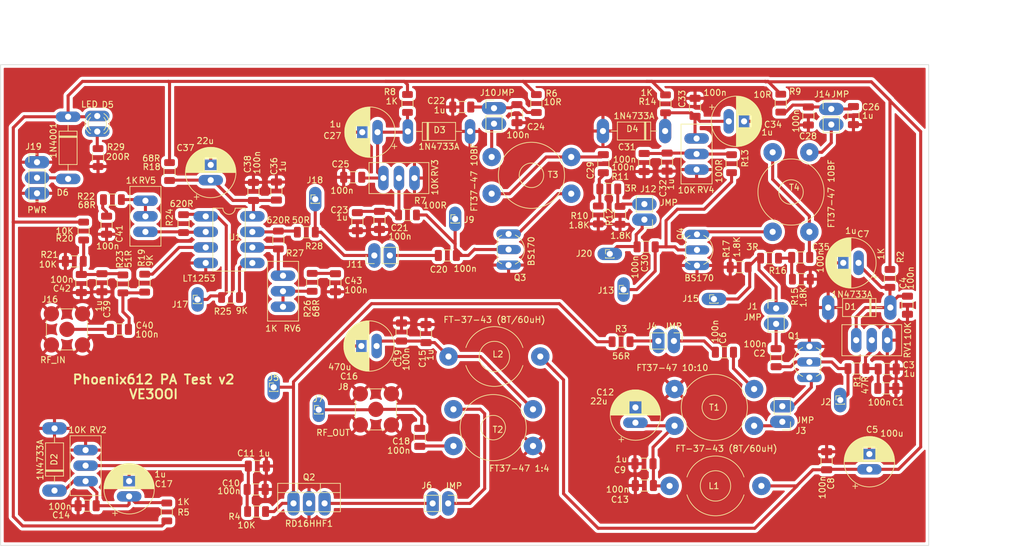
<source format=kicad_pcb>
(kicad_pcb (version 20211014) (generator pcbnew)
  (layers (0 "F.Cu" signal) (31 "B.Cu" signal) (34 "B.Paste" user) (35 "F.Paste" user) (36 "B.SilkS" user "B.Silkscreen") (37 "F.SilkS" user "F.Silkscreen") (38 "B.Mask" user) (39 "F.Mask" user) (44 "Edge.Cuts" user))
  (net 0 "")
  (net 1 "Net-(C1-Pad1)")
  (net 2 "GND")
  (net 3 "Net-(C2-Pad1)")
  (net 4 "Net-(C2-Pad2)")
  (net 5 "Net-(C4-Pad1)")
  (net 6 "TX12V")
  (net 7 "Net-(C6-Pad1)")
  (net 8 "Net-(C6-Pad2)")
  (net 9 "M1_12V")
  (net 10 "Net-(C10-Pad1)")
  (net 11 "Net-(C14-Pad1)")
  (net 12 "M2_12V")
  (net 13 "Net-(C18-Pad1)")
  (net 14 "Net-(C18-Pad2)")
  (net 15 "DRIVER_IN")
  (net 16 "Net-(C21-Pad1)")
  (net 17 "Q1_12V")
  (net 18 "Net-(C25-Pad1)")
  (net 19 "Q2_12V")
  (net 20 "Net-(C29-Pad1)")
  (net 21 "Net-(C29-Pad2)")
  (net 22 "Net-(C30-Pad1)")
  (net 23 "Net-(C30-Pad2)")
  (net 24 "Net-(C31-Pad1)")
  (net 25 "Net-(C33-Pad1)")
  (net 26 "Net-(C35-Pad1)")
  (net 27 "Net-(C35-Pad2)")
  (net 28 "Net-(C36-Pad1)")
  (net 29 "Net-(C39-Pad1)")
  (net 30 "Net-(C40-Pad1)")
  (net 31 "Net-(C40-Pad2)")
  (net 32 "Net-(C41-Pad1)")
  (net 33 "Net-(C43-Pad1)")
  (net 34 "Net-(D5-Pad1)")
  (net 35 "Net-(D6-Pad2)")
  (net 36 "PA_IN")
  (net 37 "Net-(J3-Pad1)")
  (net 38 "Net-(J3-Pad2)")
  (net 39 "Net-(J4-Pad2)")
  (net 40 "Net-(J5-Pad1)")
  (net 41 "Net-(J6-Pad1)")
  (net 42 "Net-(J6-Pad2)")
  (net 43 "Net-(J10-Pad2)")
  (net 44 "Net-(J12-Pad2)")
  (net 45 "Net-(J14-Pad2)")
  (net 46 "Net-(J17-Pad1)")
  (net 47 "Net-(Q3-Pad1)")
  (net 48 "Net-(Q4-Pad1)")
  (net 49 "Net-(R19-Pad2)")
  (net 50 "Net-(R22-Pad1)")
  (net 51 "Net-(R24-Pad1)")
  (net 52 "Net-(R25-Pad2)")
  (net 53 "Net-(R26-Pad1)")
  (net 54 "Net-(R27-Pad1)")
  (net 55 "Net-(R27-Pad2)")
  (net 56 "Net-(J9-Pad1)")
  (net 57 "Net-(C20-Pad2)")
  (footprint "Capacitor_SMD:C_1206_3216Metric" (layer "F.Cu") (at 66.47825 57.477151 90)
    (fp_text reference "C36")
    (fp_text value "1u")
  )
  (footprint "Resistor_SMD:R_1206_3216Metric" (layer "F.Cu") (at 87.90075 43.1645 -90)
    (fp_text reference "R8")
    (fp_text value "1K")
  )
  (footprint "LED_THT:LED_D3.0mm" (layer "F.Cu") (at 37.20475 47.757 90)
    (fp_text reference "D5")
    (fp_text value "LED")
  )
  (footprint "Capacitor_SMD:C_1206_3216Metric" (layer "F.Cu") (at 86.92525 80.518 90)
    (fp_text reference "C19")
    (fp_text value "100n")
  )
  (footprint "Capacitor_SMD:C_1206_3216Metric" (layer "F.Cu") (at 89.90975 97.7265 90)
    (fp_text reference "C18")
    (fp_text value "100n")
  )
  (footprint "Capacitor_SMD:C_1206_3216Metric" (layer "F.Cu") (at 40.82425 80.083151)
    (fp_text reference "C40")
    (fp_text value "100n")
  )
  (footprint "Capacitor_THT:CP_Radial_D8.0mm_P2.50mm" (layer "F.Cu") (at 55.74675 55.699151 90)
    (fp_text reference "C37")
    (fp_text value "22u")
  )
  (footprint "Resistor_SMD:R_1206_3216Metric" (layer "F.Cu") (at 119.07925 61.389 90)
    (fp_text reference "R10")
    (fp_text value "1.8K")
  )
  (footprint "Capacitor_THT:CP_Radial_D8.0mm_P2.50mm" (layer "F.Cu") (at 161.610901 69.215 180)
    (fp_text reference "C7")
    (fp_text value "1u")
  )
  (footprint "Connector_Coaxial:SMA_Amphenol_901-144_Vertical" (layer "F.Cu") (at 32.25175 80.083151)
    (fp_text reference "J16")
    (fp_text value "RF_IN")
  )
  (footprint "Capacitor_THT:CP_Radial_D8.0mm_P2.50mm" (layer "F.Cu") (at 163.37925 102.957 90)
    (fp_text reference "C5")
    (fp_text value "100u")
  )
  (footprint "Package_TO_SOT_THT:TO-92_Inline_Wide" (layer "F.Cu") (at 153.57925 87.9475 90)
    (fp_text reference "Q1")
    (fp_text value "BS170")
  )
  (footprint "Capacitor_SMD:C_1206_3216Metric" (layer "F.Cu") (at 37.96675 72.463151 -90)
    (fp_text reference "C39")
    (fp_text value "1u")
  )
  (footprint "Resistor_SMD:R_1206_3216Metric" (layer "F.Cu") (at 122.80275 82.1055)
    (fp_text reference "R3")
    (fp_text value "56R")
  )
  (footprint "Capacitor_SMD:C_1206_3216Metric" (layer "F.Cu") (at 62.73175 57.540651 90)
    (fp_text reference "C38")
    (fp_text value "100n")
  )
  (footprint "Inductor_THT:L_Toroid_Horizontal_D9.5mm_P15.00mm_Diameter10-5mm_Amidon-T37" (layer "F.Cu") (at 145.73325 105.664 180)
    (fp_text reference "L1")
    (fp_text value "FT-37-43 (8T/60uH)")
  )
  (footprint "Resistor_SMD:R_1206_3216Metric" (layer "F.Cu") (at 140.85975 53.007 -90)
    (fp_text reference "R13")
    (fp_text value "100R")
  )
  (footprint "Connector_PinHeader_2.54mm:PinHeader_1x02_P2.54mm_Vertical" (layer "F.Cu") (at 82.48025 68.0085 90)
    (fp_text reference "J11")
    (fp_text value "JMP")
  )
  (footprint "Capacitor_THT:CP_Radial_D8.0mm_P2.50mm" (layer "F.Cu") (at 83.01125 47.8635 180)
    (fp_text reference "C27")
    (fp_text value "1u")
  )
  (footprint "Capacitor_THT:CP_Radial_D8.0mm_P2.50mm" (layer "F.Cu") (at 82.86125 82.804 180)
    (fp_text reference "C16")
    (fp_text value "470u")
  )
  (footprint "Resistor_SMD:R_1206_3216Metric" (layer "F.Cu") (at 33.45825 68.970651 180)
    (fp_text reference "R21")
    (fp_text value "10K")
  )
  (footprint "Resistor_SMD:R_1206_3216Metric" (layer "F.Cu") (at 148.90125 43.1165 -90)
    (fp_text reference "R9")
    (fp_text value "10R")
  )
  (footprint "Connector_PinHeader_2.54mm:PinHeader_1x02_P2.54mm_Vertical" (layer "F.Cu") (at 157.15625 44.069)
    (fp_text reference "J14")
    (fp_text value "JMP")
  )
  (footprint "Connector_PinHeader_2.54mm:PinHeader_1x02_P2.54mm_Vertical" (layer "F.Cu") (at 149.15525 95.1865 180)
    (fp_text reference "J3")
    (fp_text value "JMP")
  )
  (footprint "Capacitor_SMD:C_1206_3216Metric" (layer "F.Cu") (at 156.39425 101.551 90)
    (fp_text reference "C8")
    (fp_text value "100n")
  )
  (footprint "Resistor_SMD:R_1206_3216Metric" (layer "F.Cu") (at 41.39575 72.653651 90)
    (fp_text reference "R23")
    (fp_text value "51R")
  )
  (footprint "Potentiometer_THT:Potentiometer_Bourns_3296W_Vertical" (layer "F.Cu") (at 166.31025 81.8515)
    (fp_text reference "RV1")
    (fp_text value "10K")
  )
  (footprint "Connector_Coaxial:SMA_Amphenol_901-144_Vertical" (layer "F.Cu") (at 82.73425 93.1545)
    (fp_text reference "J8")
    (fp_text value "RF_OUT")
  )
  (footprint "Diode_THT:D_DO-41_SOD81_P10.16mm_Horizontal" (layer "F.Cu") (at 130.00125 47.673 180)
    (fp_text reference "D4")
    (fp_text value "1N4733A")
  )
  (footprint "Connector_PinHeader_1.00mm:PinHeader_1x01_P1.00mm_Vertical" (layer "F.Cu") (at 120.96125 67.7545)
    (fp_text reference "J20")
    (fp_text value "Conn_01x01" hide)
  )
  (footprint "Resistor_SMD:R_1206_3216Metric" (layer "F.Cu") (at 142.10675 69.9135)
    (fp_text reference "R17")
    (fp_text value "1.8K")
  )
  (footprint "Resistor_SMD:R_1206_3216Metric" (layer "F.Cu") (at 44.95175 72.526651 90)
    (fp_text reference "R19")
    (fp_text value "9K")
  )
  (footprint "Capacitor_SMD:C_1206_3216Metric" (layer "F.Cu") (at 38.72875 63.065151 -90)
    (fp_text reference "C41")
    (fp_text value "100n")
  )
  (footprint "Resistor_SMD:R_1206_3216Metric" (layer "F.Cu") (at 147.05975 68.453 180)
    (fp_text reference "R16")
    (fp_text value "3R")
  )
  (footprint "Capacitor_SMD:C_1206_3216Metric" (layer "F.Cu") (at 34.60125 72.590151 -90)
    (fp_text reference "C42")
    (fp_text value "100n")
  )
  (footprint "Capacitor_SMD:C_1206_3216Metric" (layer "F.Cu") (at 119.90475 53.007 90)
    (fp_text reference "C29")
    (fp_text value "100n")
  )
  (footprint "Diode_THT:D_DO-41_SOD81_P10.16mm_Horizontal" (layer "F.Cu") (at 87.96425 47.7365)
    (fp_text reference "D3")
    (fp_text value "1N4733A")
  )
  (footprint "Connector_PinHeader_2.54mm:PinHeader_1x02_P2.54mm_Vertical" (layer "F.Cu") (at 126.61275 62.151 180)
    (fp_text reference "J12")
    (fp_text value "JMP")
  )
  (footprint "Resistor_SMD:R_1206_3216Metric" (layer "F.Cu") (at 34.98225 64.017651 -90)
    (fp_text reference "R20")
    (fp_text value "10K")
  )
  (footprint "Capacitor_SMD:C_1206_3216Metric" (layer "F.Cu") (at 94.41825 68.0085 180)
    (fp_text reference "C20")
    (fp_text value "100n")
  )
  (footprint "Capacitor_SMD:C_1206_3216Metric" (layer "F.Cu") (at 169.60225 76.1365 -90)
    (fp_text reference "C4")
    (fp_text value "100n")
  )
  (footprint "Resistor_SMD:R_1206_3216Metric" (layer "F.Cu") (at 63.23975 109.855)
    (fp_text reference "R4")
    (fp_text value "10K")
  )
  (footprint "Potentiometer_THT:Potentiometer_Bourns_3296W_Vertical" (layer "F.Cu") (at 45.07875 64.144651 -90)
    (fp_text reference "RV5")
    (fp_text value "1K")
  )
  (footprint "Connector_PinHeader_2.54mm:PinHeader_1x03_P2.54mm_Vertical" (layer "F.Cu") (at 27.36225 52.7685)
    (fp_text reference "J19")
    (fp_text value "PWR")
  )
  (footprint "Capacitor_SMD:C_1206_3216Metric" (layer "F.Cu") (at 76.13025 72.463151 -90)
    (fp_text reference "C43")
    (fp_text value "100n")
  )
  (footprint "Capacitor_SMD:C_1206_3216Metric" (layer "F.Cu") (at 83.32875 62.278 -90)
    (fp_text reference "C21")
    (fp_text value "100n")
  )
  (footprint "Resistor_SMD:R_1206_3216Metric" (layer "F.Cu") (at 37.33175 52.0065 -90)
    (fp_text reference "R29")
    (fp_text value "200R")
  )
  (footprint "Capacitor_SMD:C_1206_3216Metric" (layer "F.Cu") (at 105.78475 44.831 -90)
    (fp_text reference "C24")
    (fp_text value "100n")
  )
  (footprint "Resistor_SMD:R_1206_3216Metric" (layer "F.Cu") (at 108.95975 43.18 -90)
    (fp_text reference "R6")
    (fp_text value "10R")
  )
  (footprint "Resistor_SMD:R_1206_3216Metric" (layer "F.Cu") (at 58.98525 74.876151)
    (fp_text reference "R25")
    (fp_text value "9K")
  )
  (footprint "Capacitor_SMD:C_1206_3216Metric" (layer "F.Cu") (at 153.40975 45.212 -90)
    (fp_text reference "C28")
    (fp_text value "100n")
  )
  (footprint "Resistor_SMD:R_1206_3216Metric" (layer "F.Cu") (at 39.68125 58.874151 180)
    (fp_text reference "R22")
    (fp_text value "68R")
  )
  (footprint "Resistor_SMD:R_1206_3216Metric" (layer "F.Cu") (at 48.57125 109.9185 90)
    (fp_text reference "R5")
    (fp_text value "1K")
  )
  (footprint "Capacitor_SMD:C_1206_3216Metric" (layer "F.Cu") (at 90.92575 80.772 90)
    (fp_text reference "C15")
    (fp_text value "1u")
  )
  (footprint "Connector_PinHeader_2.54mm:PinHeader_1x02_P2.54mm_Vertical" (layer "F.Cu") (at 148.13925 76.6445)
    (fp_text reference "J1")
    (fp_text value "JMP")
  )
  (footprint "Diode_THT:D_DO-41_SOD81_P10.16mm_Horizontal" (layer "F.Cu") (at 30.21975 106.426 90)
    (fp_text reference "D2")
    (fp_text value "1N4733A")
  )
  (footprint "Package_TO_SOT_THT:TO-92_Inline_Wide" (layer "F.Cu") (at 104.42275 64.4975 -90)
    (fp_text reference "Q3")
    (fp_text value "BS170")
  )
  (footprint "Transformer_THT:Transformer_Toroid_Horizontal_D10.5mm_Amidon-T37" (layer "F.Cu") (at 108.41125 93.139 180)
    (fp_text reference "T2")
    (fp_text value "FT37-47 1:4")
  )
  (footprint "Package_DIP:DIP-8_W7.62mm" (layer "F.Cu") (at 54.93125 61.614651)
    (fp_text reference "U1")
    (fp_text value "LT1253")
  )
  (footprint "Custom_RF:TO-220-3" (layer "F.Cu") (at 69.27225 108.514)
    (fp_text reference "Q2")
    (fp_text value "RD16HHF1")
  )
  (footprint "Connector_PinHeader_1.00mm:PinHeader_1x01_P1.00mm_Vertical" (layer "F.Cu") (at 137.97925 75.1205)
    (fp_text reference "J15")
    (fp_text value "Conn_01x01" hide)
  )
  (footprint "Capacitor_SMD:C_1206_3216Metric" (layer "F.Cu") (at 166.23675 89.7255)
    (fp_text reference "C1")
    (fp_text value "100n")
  )
  (footprint "Diode_THT:D_DO-41_SOD81_P10.16mm_Horizontal" (layer "F.Cu") (at 32.44225 45.339 -90)
    (fp_text reference "D6")
    (fp_text value "1N4001")
  )
  (footprint "Potentiometer_THT:Potentiometer_Bourns_3296W_Vertical" (layer "F.Cu") (at 135.14475 53.9695 -90)
    (fp_text reference "RV4")
    (fp_text value "10K")
  )
  (footprint "Resistor_SMD:R_1206_3216Metric" (layer "F.Cu") (at 130.06475 43.228 -90)
    (fp_text reference "R14")
    (fp_text value "1K")
  )
  (footprint "Resistor_SMD:R_1206_3216Metric" (layer "F.Cu") (at 120.79375 57.1345)
    (fp_text reference "R11")
    (fp_text value "3R")
  )
  (footprint "Capacitor_SMD:C_1206_3216Metric" (layer "F.Cu") (at 96.76775 43.7515 180)
    (fp_text reference "C22")
    (fp_text value "1u")
  )
  (footprint "Package_TO_SOT_THT:TO-92_Inline_Wide" (layer "F.Cu") (at 135.20825 64.564 -90)
    (fp_text reference "Q4")
    (fp_text value "BS170")
  )
  (footprint "Capacitor_THT:CP_Radial_D8.0mm_P2.50mm" (layer "F.Cu") (at 125.15225 95.337 90)
    (fp_text reference "C12")
    (fp_text value "22u")
  )
  (footprint "Resistor_SMD:R_1206_3216Metric" (layer "F.Cu") (at 152.26675 71.882 180)
    (fp_text reference "R15")
    (fp_text value "1.8K")
  )
  (footprint "Connector_PinHeader_2.54mm:PinHeader_1x02_P2.54mm_Vertical" (layer "F.Cu") (at 102.03825 43.937)
    (fp_text reference "J10")
    (fp_text value "JMP")
  )
  (footprint "Capacitor_SMD:C_1206_3216Metric" (layer "F.Cu") (at 126.57225 52.8165 -90)
    (fp_text reference "C31")
    (fp_text value "100n")
  )
  (footprint "Connector_PinHeader_1.00mm:PinHeader_1x01_P1.00mm_Vertical" (layer "F.Cu") (at 73.39975 93.218)
    (fp_text reference "J7")
    (fp_text value "Conn_01x01" hide)
  )
  (footprint "Capacitor_SMD:C_1206_3216Metric" (layer "F.Cu") (at 166.30025 86.5505)
    (fp_text reference "C3")
    (fp_text value "1u")
  )
  (footprint "Capacitor_SMD:C_1206_3216Metric" (layer "F.Cu") (at 63.17625 106.2355)
    (fp_text reference "C10")
    (fp_text value "100n")
  )
  (footprint "Connector_PinHeader_1.00mm:PinHeader_1x01_P1.00mm_Vertical" (layer "F.Cu") (at 72.82825 58.801)
    (fp_text reference "J18")
    (fp_text value "Conn_01x01" hide)
  )
  (footprint "Capacitor_SMD:C_1206_3216Metric" (layer "F.Cu") (at 148.13925 84.709 -90)
    (fp_text reference "C2")
    (fp_text value "100n")
  )
  (footprint "Resistor_SMD:R_1206_3216Metric" (layer "F.Cu") (at 87.90275 61.389)
    (fp_text reference "R7")
    (fp_text value "100R")
  )
  (footprint "Transformer_THT:Transformer_Toroid_Horizontal_D10.5mm_Amidon-T37" (layer "F.Cu") (at 147.57525 51.1425 -90)
    (fp_text reference "T4")
    (fp_text value "FT37-47 10BF")
  )
  (footprint "Capacitor_SMD:C_1206_3216Metric" (layer "F.Cu") (at 63.36675 102.4255)
    (fp_text reference "C11")
    (fp_text value "1u")
  )
  (footprint "Capacitor_SMD:C_1206_3216Metric" (layer "F.Cu") (at 78.94725 55.2295 180)
    (fp_text reference "C25")
    (fp_text value "100n")
  )
  (footprint "Connector_PinHeader_2.54mm:PinHeader_1x02_P2.54mm_Vertical" (layer "F.Cu") (at 131.43875 81.9785 -90)
    (fp_text reference "J4")
    (fp_text value "JMP")
  )
  (footprint "Capacitor_SMD:C_1206_3216Metric" (layer "F.Cu") (at 130.31875 52.753 -90)
    (fp_text reference "C32")
    (fp_text value "1u")
  )
  (footprint "Capacitor_SMD:C_1206_3216Metric" (layer "F.Cu") (at 126.90425 66.596 180)
    (fp_text reference "C30")
    (fp_text value "100n")
  )
  (footprint "Connector_PinHeader_1.00mm:PinHeader_1x01_P1.00mm_Vertical" (layer "F.Cu") (at 95.68825 62.0395)
    (fp_text reference "J9")
    (fp_text value "Conn_01x01" hide)
  )
  (footprint "Connector_PinHeader_2.54mm:PinHeader_1x02_P2.54mm_Vertical" (layer "F.Cu") (at 94.55025 108.5215 -90)
    (fp_text reference "J6")
    (fp_text value "JMP")
  )
  (footprint "Capacitor_SMD:C_1206_3216Metric" (layer "F.Cu") (at 126.61275 105.6005 180)
    (fp_text reference "C13")
    (fp_text value "100n")
  )
  (footprint "Capacitor_SMD:C_1206_3216Metric" (layer "F.Cu") (at 152.15425 68.326)
    (fp_text reference "C35")
    (fp_text value "100n")
  )
  (footprint "Capacitor_THT:CP_Radial_D8.0mm_P2.50mm" (layer "F.Cu") (at 140.405599 46.0855)
    (fp_text reference "C34")
    (fp_text value "1u")
  )
  (footprint "Potentiometer_THT:Potentiometer_Bourns_3296W_Vertical" (layer "F.Cu") (at 89.04375 55.3565)
    (fp_text reference "RV3")
    (fp_text value "10K")
  )
  (footprint "Resistor_SMD:R_1206_3216Metric" (layer "F.Cu") (at 51.30175 62.8015 90)
    (fp_text reference "R24")
    (fp_text value "620R")
  )
  (footprint "Capacitor_SMD:C_1206_3216Metric" (layer "F.Cu") (at 126.54925 102.0445 180)
    (fp_text reference "C9")
    (fp_text value "1u")
  )
  (footprint "Potentiometer_THT:Potentiometer_Bourns_3296W_Vertical" (layer "F.Cu") (at 67.55775 71.3105 90)
    (fp_text reference "RV6")
    (fp_text value "1K")
  )
  (footprint "Resistor_SMD:R_1206_3216Metric" (layer "F.Cu") (at 49.01575 54.2925 -90)
    (fp_text reference "R18")
    (fp_text value "68R")
  )
  (footprint "Capacitor_SMD:C_1206_3216Metric" (layer "F.Cu") (at 35.55375 108.9025 180)
    (fp_text reference "C14")
    (fp_text value "100n")
  )
  (footprint "Transformer_THT:Transformer_Toroid_Horizontal_D10.5mm_Amidon-T37" (layer "F.Cu") (at 131.54275 95.837)
    (fp_text reference "T1")
    (fp_text value "FT37-47 10:10")
  )
  (footprint "Connector_PinHeader_1.00mm:PinHeader_1x01_P1.00mm_Vertical" (layer "F.Cu") (at 66.03375 89.535)
    (fp_text reference "J5")
    (fp_text value "Conn_01x01" hide)
  )
  (footprint "Connector_PinHeader_1.00mm:PinHeader_1x01_P1.00mm_Vertical" (layer "F.Cu") (at 53.58775 75.193651)
    (fp_text reference "J17")
    (fp_text value "Conn_01x01" hide)
  )
  (footprint "Resistor_SMD:R_1206_3216Metric" (layer "F.Cu") (at 66.79575 65.480151 -90)
    (fp_text reference "R27")
    (fp_text value "620R")
  )
  (footprint "Potentiometer_THT:Potentiometer_Bourns_3296W_Vertical" (layer "F.Cu") (at 35.29975 99.812 90)
    (fp_text reference "RV2")
    (fp_text value "10K")
  )
  (footprint "Resistor_SMD:R_1206_3216Metric" (layer "F.Cu") (at 72.32025 72.399651 90)
    (fp_text reference "R26")
    (fp_text value "68R")
  )
  (footprint "Resistor_SMD:R_1206_3216Metric" (layer "F.Cu") (at 71.36975 64.208151)
    (fp_text reference "R28")
    (fp_text value "50R")
  )
  (footprint "Capacitor_SMD:C_1206_3216Metric" (layer "F.Cu") (at 139.69375 83.82 180)
    (fp_text reference "C6")
    (fp_text value "100n")
  )
  (footprint "Connector_PinHeader_1.00mm:PinHeader_1x01_P1.00mm_Vertical" (layer "F.Cu") (at 158.61675 91.6305)
    (fp_text reference "J2")
    (fp_text value "Conn_01x01" hide)
  )
  (footprint "Capacitor_SMD:C_1206_3216Metric" (layer "F.Cu") (at 79.70925 62.483 -90)
    (fp_text reference "C23")
    (fp_text value "1u")
  )
  (footprint "Capacitor_SMD:C_1206_3216Metric" (layer "F.Cu") (at 160.77575 45.1485 -90)
    (fp_text reference "C26")
    (fp_text value "1u")
  )
  (footprint "Connector_PinHeader_1.00mm:PinHeader_1x01_P1.00mm_Vertical" (layer "F.Cu") (at 123.20675 73.581)
    (fp_text reference "J13")
    (fp_text value "Conn_01x01" hide)
  )
  (footprint "Inductor_THT:L_Toroid_Horizontal_D9.5mm_P15.00mm_Diameter10-5mm_Amidon-T37" (layer "F.Cu") (at 109.60175 84.5185 180)
    (fp_text reference "L2")
    (fp_text value "FT-37-43 (8T/60uH)")
  )
  (footprint "Capacitor_SMD:C_1206_3216Metric" (layer "F.Cu") (at 134.89075 43.7995 90)
    (fp_text reference "C33")
    (fp_text value "100n")
  )
  (footprint "Resistor_SMD:R_1206_3216Metric" (layer "F.Cu") (at 166.74475 71.755 -90)
    (fp_text reference "R2")
    (fp_text value "1K")
  )
  (footprint "Resistor_SMD:R_1206_3216Metric" (layer "F.Cu") (at 161.34725 86.487 180)
    (fp_text reference "R1")
    (fp_text value "47R")
  )
  (footprint "Capacitor_THT:CP_Radial_D8.0mm_P2.50mm" (layer "F.Cu") (at 42.41175 107.3785 90)
    (fp_text reference "C17")
    (fp_text value "1u")
  )
  (footprint "Transformer_THT:Transformer_Toroid_Horizontal_D10.5mm_Amidon-T37" (layer "F.Cu") (at 101.65725 57.912)
    (fp_text reference "T3")
    (fp_text value "FT37-47 10BF")
  )
  (footprint "Diode_THT:D_DO-41_SOD81_P10.16mm_Horizontal" (layer "F.Cu") (at 166.80825 76.5175 180)
    (fp_text reference "D1")
    (fp_text value "1N4733A")
  )
  (footprint "Resistor_SMD:R_1206_3216Metric" (layer "F.Cu") (at 122.63525 61.4525 90)
    (fp_text reference "R12")
    (fp_text value "1.8K")
  )
  (gr_rect (start 21.41175 36.83) (end 173.07625 115.3855) (layer "Edge.Cuts") (width 0.1) (fill none))
  (gr_text "Phoenix612 PA Test v2\nVE3OOI" (at 46.41225 89.4715) (layer "F.SilkS") (effects (font (size 1.5 1.5) (thickness 0.3))))
  (segment (start 164.82525 86.5505) (end 164.82525 89.662) (width 0.5) (layer "F.Cu") (net 1))
  (segment (start 162.80975 86.487) (end 164.76175 86.487) (width 0.5) (layer "F.Cu") (net 1))
  (segment (start 163.77025 83.6195) (end 162.74425 84.6455) (width 0.5) (layer "F.Cu") (net 1))
  (segment (start 162.74425 86.4215) (end 162.80975 86.487) (width 0.5) (layer "F.Cu") (net 1))
  (segment (start 162.74425 84.6455) (end 162.74425 86.4215) (width 0.5) (layer "F.Cu") (net 1))
  (segment (start 163.77025 81.8515) (end 163.77025 83.6195) (width 0.5) (layer "F.Cu") (net 1))
  (segment (start 164.82525 89.662) (end 164.76175 89.7255) (width 0.5) (layer "F.Cu") (net 1))
  (segment (start 164.76175 86.487) (end 164.82525 86.5505) (width 0.5) (layer "F.Cu") (net 1))
  (segment (start 148.13925 79.1845) (end 148.13925 83.234) (width 0.5) (layer "F.Cu") (net 3))
  (segment (start 151.31425 85.4075) (end 153.89675 85.4075) (width 0.5) (layer "F.Cu") (net 4))
  (segment (start 159.88475 86.487) (end 159.88475 90.68) (width 0.5) (layer "F.Cu") (net 4))
  (segment (start 150.53775 86.184) (end 151.31425 85.4075) (width 0.5) (layer "F.Cu") (net 4))
  (segment (start 148.13925 86.184) (end 150.53775 86.184) (width 0.5) (layer "F.Cu") (net 4))
  (segment (start 157.21975 85.4075) (end 158.29925 86.487) (width 0.5) (layer "F.Cu") (net 4))
  (segment (start 158.29925 86.487) (end 159.88475 86.487) (width 0.5) (layer "F.Cu") (net 4))
  (segment (start 159.88475 90.68) (end 159.50575 91.059) (width 0.5) (layer "F.Cu") (net 4))
  (segment (start 153.89675 85.4075) (end 157.21975 85.4075) (width 0.5) (layer "F.Cu") (net 4))
  (segment (start 166.74475 76.454) (end 166.80825 76.5175) (width 0.5) (layer "F.Cu") (net 5))
  (segment (start 166.80825 75.946) (end 168.09275 74.6615) (width 0.5) (layer "F.Cu") (net 5))
  (segment (start 162.74425 76.5175) (end 161.15675 78.105) (width 0.5) (layer "F.Cu") (net 5))
  (segment (start 166.74475 73.2175) (end 166.74475 76.454) (width 0.5) (layer "F.Cu") (net 5))
  (segment (start 161.72825 69.596) (end 165.34975 73.2175) (width 0.5) (layer "F.Cu") (net 5))
  (segment (start 161.15675 78.105) (end 161.23025 78.1785) (width 0.5) (layer "F.Cu") (net 5))
  (segment (start 161.23025 78.1785) (end 161.23025 81.8515) (width 0.5) (layer "F.Cu") (net 5))
  (segment (start 168.09275 74.6615) (end 169.60225 74.6615) (width 0.5) (layer "F.Cu") (net 5))
  (segment (start 166.80825 76.5175) (end 162.74425 76.5175) (width 0.5) (layer "F.Cu") (net 5))
  (segment (start 161.72825 69.469) (end 161.72825 69.596) (width 0.5) (layer "F.Cu") (net 5))
  (segment (start 165.34975 73.2175) (end 166.74475 73.2175) (width 0.5) (layer "F.Cu") (net 5))
  (segment (start 166.80825 76.5175) (end 166.80825 75.946) (width 0.5) (layer "F.Cu") (net 5))
  (segment (start 113.40475 88.3285) (end 113.40475 106.934) (width 0.5) (layer "F.Cu") (net 6))
  (segment (start 156.46325 102.957) (end 156.39425 103.026) (width 0.5) (layer "F.Cu") (net 6))
  (segment (start 109.60175 84.5185) (end 111.88775 86.8045) (width 0.5) (layer "F.Cu") (net 6))
  (segment (start 23.48875 62.5475) (end 23.48875 47.117) (width 0.5) (layer "F.Cu") (net 6))
  (segment (start 25.01275 112.2045) (end 23.48875 110.6805) (width 0.5) (layer "F.Cu") (net 6))
  (segment (start 151.12375 105.664) (end 151.50475 105.664) (width 0.5) (layer "F.Cu") (net 6))
  (segment (start 127.85975 39.5605) (end 126.99375 39.5605) (width 0.5) (layer "F.Cu") (net 6))
  (segment (start 48.57125 111.381) (end 47.74775 112.2045) (width 0.5) (layer "F.Cu") (net 6))
  (segment (start 171.76125 99.314) (end 171.76125 47.752) (width 0.5) (layer "F.Cu") (net 6))
  (segment (start 166.74475 42.7355) (end 166.74475 42.672) (width 0.5) (layer "F.Cu") (net 6))
  (segment (start 49.01575 39.751) (end 48.82525 39.5605) (width 0.5) (layer "F.Cu") (net 6))
  (segment (start 23.48875 47.117) (end 25.26675 45.339) (width 0.5) (layer "F.Cu") (net 6))
  (segment (start 87.36975 39.5605) (end 87.90075 40.0915) (width 0.5) (layer "F.Cu") (net 6))
  (segment (start 23.496401 62.555151) (end 23.48875 62.5475) (width 0.5) (layer "F.Cu") (net 6))
  (segment (start 130.06475 41.7655) (end 127.85975 39.5605) (width 0.5) (layer "F.Cu") (net 6))
  (segment (start 49.01575 52.83) (end 49.01575 39.751) (width 0.5) (layer "F.Cu") (net 6))
  (segment (start 119.05625 112.5855) (end 144.64675 112.5855) (width 0.5) (layer "F.Cu") (net 6))
  (segment (start 163.69675 39.624) (end 146.42475 39.624) (width 0.5) (layer "F.Cu") (net 6))
  (segment (start 151.50475 105.664) (end 154.14275 103.026) (width 0.5) (layer "F.Cu") (net 6))
  (segment (start 32.44225 45.339) (end 32.44225 41.91) (width 0.5) (layer "F.Cu") (net 6))
  (segment (start 144.64675 112.5855) (end 151.56825 105.664) (width 0.5) (layer "F.Cu") (net 6))
  (segment (start 166.74475 42.672) (end 163.69675 39.624) (width 0.5) (layer "F.Cu") (net 6))
  (segment (start 146.80775 39.5605) (end 146.36125 39.5605) (width 0.5) (layer "F.Cu") (net 6))
  (segment (start 113.40475 106.934) (end 119.05625 112.5855) (width 0.5) (layer "F.Cu") (net 6))
  (segment (start 171.76125 47.752) (end 166.74475 42.7355) (width 0.5) (layer "F.Cu") (net 6))
  (segment (start 166.74475 70.2925) (end 166.74475 42.672) (width 0.5) (layer "F.Cu") (net 6))
  (segment (start 34.79175 39.5605) (end 48.82525 39.5605) (width 0.5) (layer "F.Cu") (net 6))
  (segment (start 25.26675 45.339) (end 32.44225 45.339) (width 0.5) (layer "F.Cu") (net 6))
  (segment (start 32.44225 45.339) (end 37.08275 45.339) (width 0.5) (layer "F.Cu") (net 6))
  (segment (start 168.11825 102.957) (end 171.76125 99.314) (width 0.5) (layer "F.Cu") (net 6))
  (segment (start 146.36125 39.5605) (end 126.99375 39.5605) (width 0.5) (layer "F.Cu") (net 6))
  (segment (start 148.90125 41.654) (end 146.80775 39.5605) (width 0.5) (layer "F.Cu") (net 6))
  (segment (start 37.08275 45.339) (end 37.20475 45.217) (width 0.5) (layer "F.Cu") (net 6))
  (segment (start 163.37925 102.957) (end 168.11825 102.957) (width 0.5) (layer "F.Cu") (net 6))
  (segment (start 23.48875 110.6805) (end 23.48875 62.5475) (width 0.5) (layer "F.Cu") (net 6))
  (segment (start 48.82525 39.5605) (end 84.32175 39.5605) (width 0.5) (layer "F.Cu") (net 6))
  (segment (start 106.80275 39.5605) (end 84.32175 39.5605) (width 0.5) (layer "F.Cu") (net 6))
  (segment (start 108.95975 41.7175) (end 106.80275 39.5605) (width 0.5) (layer "F.Cu") (net 6))
  (segment (start 111.88775 86.8115) (end 113.40475 88.3285) (width 0.5) (layer "F.Cu") (net 6))
  (segment (start 145.73325 105.664) (end 151.12375 105.664) (width 0.5) (layer "F.Cu") (net 6))
  (segment (start 146.42475 39.624) (end 146.36125 39.5605) (width 0.5) (layer "F.Cu") (net 6))
  (segment (start 163.37925 102.957) (end 156.46325 102.957) (width 0.5) (layer "F.Cu") (net 6))
  (segment (start 47.74775 112.2045) (end 25.01275 112.2045) (width 0.5) (layer "F.Cu") (net 6))
  (segment (start 84.32175 39.5605) (end 87.36975 39.5605) (width 0.5) (layer "F.Cu") (net 6))
  (segment (start 154.14275 103.026) (end 156.39425 103.026) (width 0.5) (layer "F.Cu") (net 6))
  (segment (start 87.90075 40.0915) (end 87.90075 41.702) (width 0.5) (layer "F.Cu") (net 6))
  (segment (start 34.98225 62.555151) (end 23.496401 62.555151) (width 0.5) (layer "F.Cu") (net 6))
  (segment (start 126.99375 39.5605) (end 106.80275 39.5605) (width 0.5) (layer "F.Cu") (net 6))
  (segment (start 111.88775 86.8045) (end 111.88775 86.8115) (width 0.5) (layer "F.Cu") (net 6))
  (segment (start 32.44225 41.91) (end 34.79175 39.5605) (width 0.5) (layer "F.Cu") (net 6))
  (segment (start 141.16875 83.82) (end 141.16875 86.463) (width 0.5) (layer "F.Cu") (net 7))
  (segment (start 141.16875 86.463) (end 144.54275 89.837) (width 0.5) (layer "F.Cu") (net 7))
  (segment (start 136.37725 81.9785) (end 131.43875 81.9785) (width 0.5) (layer "F.Cu") (net 8))
  (segment (start 138.21875 83.82) (end 136.37725 81.9785) (width 0.5) (layer "F.Cu") (net 8))
  (segment (start 128.15125 105.664) (end 128.08775 105.6005) (width 0.5) (layer "F.Cu") (net 9))
  (segment (start 128.08775 105.6005) (end 128.08775 102.108) (width 0.5) (layer "F.Cu") (net 9))
  (segment (start 125.65225 95.837) (end 125.15225 95.337) (width 0.5) (layer "F.Cu") (net 9))
  (segment (start 130.73325 105.664) (end 128.15125 105.664) (width 0.5) (layer "F.Cu") (net 9))
  (segment (start 128.02425 102.0445) (end 128.02425 99.3555) (width 0.5) (layer "F.Cu") (net 9))
  (segment (start 131.54275 95.837) (end 125.65225 95.837) (width 0.5) (layer "F.Cu") (net 9))
  (segment (start 128.02425 99.3555) (end 131.54275 95.837) (width 0.5) (layer "F.Cu") (net 9))
  (segment (start 128.08775 102.108) (end 128.02425 102.0445) (width 0.5) (layer "F.Cu") (net 9))
  (segment (start 61.70125 106.2355) (end 61.70125 109.779) (width 0.5) (layer "F.Cu") (net 10))
  (segment (start 61.89175 106.045) (end 61.70125 106.2355) (width 0.5) (layer "F.Cu") (net 10))
  (segment (start 61.70125 109.779) (end 61.77725 109.855) (width 0.5) (layer "F.Cu") (net 10))
  (segment (start 35.29975 102.352) (end 61.81825 102.352) (width 0.5) (layer "F.Cu") (net 10))
  (segment (start 61.89175 102.4255) (end 61.89175 106.045) (width 0.5) (layer "F.Cu") (net 10))
  (segment (start 61.81825 102.352) (end 61.89175 102.4255) (width 0.5) (layer "F.Cu") (net 10))
  (segment (start 42.41175 107.3785) (end 43.42775 108.3945) (width 0.5) (layer "F.Cu") (net 11))
  (segment (start 37.14125 108.79) (end 37.02875 108.9025) (width 0.5) (layer "F.Cu") (net 11))
  (segment (start 37.14125 106.7335) (end 37.14125 108.79) (width 0.5) (layer "F.Cu") (net 11))
  (segment (start 33.44825 104.892) (end 35.29975 104.892) (width 0.5) (layer "F.Cu") (net 11))
  (segment (start 42.15775 108.9025) (end 42.41175 108.6485) (width 0.5) (layer "F.Cu") (net 11))
  (segment (start 30.21975 106.426) (end 31.80725 106.426) (width 0.5) (layer "F.Cu") (net 11))
  (segment (start 37.02875 108.9025) (end 42.15775 108.9025) (width 0.5) (layer "F.Cu") (net 11))
  (segment (start 42.41175 108.6485) (end 42.41175 107.3785) (width 0.5) (layer "F.Cu") (net 11))
  (segment (start 31.80725 106.426) (end 33.39475 104.8385) (width 0.5) (layer "F.Cu") (net 11))
  (segment (start 48.50975 108.3945) (end 48.57125 108.456) (width 0.5) (layer "F.Cu") (net 11))
  (segment (start 35.29975 104.892) (end 37.14125 106.7335) (width 0.5) (layer "F.Cu") (net 11))
  (segment (start 43.42775 108.3945) (end 48.50975 108.3945) (width 0.5) (layer "F.Cu") (net 11))
  (segment (start 33.39475 104.8385) (end 33.44825 104.892) (width 0.5) (layer "F.Cu") (net 11))
  (segment (start 99.81575 84.5185) (end 94.60175 84.5185) (width 0.5) (layer "F.Cu") (net 12))
  (segment (start 108.41125 93.139) (end 101.21275 85.9405) (width 0.5) (layer "F.Cu") (net 12))
  (segment (start 90.92575 82.247) (end 92.33025 82.247) (width 0.5) (layer "F.Cu") (net 12))
  (segment (start 101.21275 85.9405) (end 101.21275 85.9155) (width 0.5) (layer "F.Cu") (net 12))
  (segment (start 86.92525 81.993) (end 90.67175 81.993) (width 0.5) (layer "F.Cu") (net 12))
  (segment (start 92.33025 82.247) (end 94.60175 84.5185) (width 0.5) (layer "F.Cu") (net 12))
  (segment (start 86.92525 81.993) (end 83.67225 81.993) (width 0.5) (layer "F.Cu") (net 12))
  (segment (start 90.67175 81.993) (end 90.92575 82.247) (width 0.5) (layer "F.Cu") (net 12))
  (segment (start 83.67225 81.993) (end 82.86125 82.804) (width 0.5) (layer "F.Cu") (net 12))
  (segment (start 101.21275 85.9155) (end 99.81575 84.5185) (width 0.5) (layer "F.Cu") (net 12))
  (segment (start 89.97225 99.139) (end 89.90975 99.2015) (width 0.5) (layer "F.Cu") (net 13))
  (segment (start 95.41125 99.139) (end 89.97225 99.139) (width 0.5) (layer "F.Cu") (net 13))
  (segment (start 73.39975 93.218) (end 82.67075 93.218) (width 0.5) (layer "F.Cu") (net 14))
  (segment (start 82.67075 93.218) (end 82.73425 93.1545) (width 0.5) (layer "F.Cu") (net 14))
  (segment (start 90.22725 95.934) (end 89.90975 96.2515) (width 0.5) (layer "F.Cu") (net 14))
  (segment (start 82.73425 93.1545) (end 89.02075 93.1545) (width 0.5) (layer "F.Cu") (net 14))
  (segment (start 90.22725 94.361) (end 90.22725 95.934) (width 0.5) (layer "F.Cu") (net 14))
  (segment (start 89.02075 93.1545) (end 90.22725 94.361) (width 0.5) (layer "F.Cu") (net 14))
  (segment (start 73.758651 64.208151) (end 77.559 68.0085) (width 0.5) (layer "F.Cu") (net 15))
  (segment (start 77.559 68.0085) (end 82.48025 68.0085) (width 0.5) (layer "F.Cu") (net 15))
  (segment (start 72.83225 64.208151) (end 73.758651 64.208151) (width 0.5) (layer "F.Cu") (net 15))
  (segment (start 72.82825 64.204151) (end 72.82825 58.801) (width 0.5) (layer "F.Cu") (net 15))
  (segment (start 72.83225 64.208151) (end 72.82825 64.204151) (width 0.5) (layer "F.Cu") (net 15))
  (segment (start 86.44025 61.389) (end 85.83025 61.389) (width 0.5) (layer "F.Cu") (net 16))
  (segment (start 85.08375 60.6425) (end 83.48925 60.6425) (width 0.5) (layer "F.Cu") (net 16))
  (segment (start 85.83025 61.389) (end 85.08375 60.6425) (width 0.5) (layer "F.Cu") (net 16))
  (segment (start 86.50375 55.3565) (end 86.50375 61.3255) (width 0.5) (layer "F.Cu") (net 16))
  (segment (start 86.50375 61.3255) (end 86.44025 61.389) (width 0.5) (layer "F.Cu") (net 16))
  (segment (start 83.32875 60.803) (end 79.91425 60.803) (width 0.5) (layer "F.Cu") (net 16))
  (segment (start 83.48925 60.6425) (end 83.32875 60.803) (width 0.5) (layer "F.Cu") (net 16))
  (segment (start 79.91425 60.803) (end 79.70925 61.008) (width 0.5) (layer "F.Cu") (net 16))
  (segment (start 104.82275 43.8735) (end 105.34025 43.356) (width 0.5) (layer "F.Cu") (net 17))
  (segment (start 105.34025 43.356) (end 106.15125 43.356) (width 0.5) (layer "F.Cu") (net 17))
  (segment (start 107.43775 44.6425) (end 108.95975 44.6425) (width 0.5) (layer "F.Cu") (net 17))
  (segment (start 101.65725 43.8735) (end 104.82275 43.8735) (width 0.5) (layer "F.Cu") (net 17))
  (segment (start 101.53525 43.7515) (end 101.65725 43.8735) (width 0.5) (layer "F.Cu") (net 17))
  (segment (start 98.24275 43.7515) (end 101.53525 43.7515) (width 0.5) (layer "F.Cu") (net 17))
  (segment (start 106.15125 43.356) (end 107.43775 44.6425) (width 0.5) (layer "F.Cu") (net 17))
  (segment (start 87.90075 44.627) (end 87.90075 47.673) (width 0.5) (layer "F.Cu") (net 18))
  (segment (start 83.01125 47.8635) (end 87.83725 47.8635) (width 0.5) (layer "F.Cu") (net 18))
  (segment (start 87.90075 47.673) (end 87.96425 47.7365) (width 0.5) (layer "F.Cu") (net 18))
  (segment (start 83.01125 54.404) (end 83.96375 55.3565) (width 0.5) (layer "F.Cu") (net 18))
  (segment (start 83.96375 55.3565) (end 80.54925 55.3565) (width 0.5) (layer "F.Cu") (net 18))
  (segment (start 87.83725 47.8635) (end 87.96425 47.7365) (width 0.5) (layer "F.Cu") (net 18))
  (segment (start 83.01125 47.8635) (end 83.01125 54.404) (width 0.5) (layer "F.Cu") (net 18))
  (segment (start 80.54925 55.3565) (end 80.42225 55.2295) (width 0.5) (layer "F.Cu") (net 18))
  (segment (start 153.10675 43.434) (end 153.40975 43.737) (width 0.5) (layer "F.Cu") (net 19))
  (segment (start 148.90125 44.579) (end 149.72475 44.579) (width 0.5) (layer "F.Cu") (net 19))
  (segment (start 149.72475 44.579) (end 150.86975 43.434) (width 0.5) (layer "F.Cu") (net 19))
  (segment (start 150.86975 43.434) (end 153.10675 43.434) (width 0.5) (layer "F.Cu") (net 19))
  (segment (start 157.15625 44.069) (end 160.38025 44.069) (width 0.5) (layer "F.Cu") (net 19))
  (segment (start 156.82425 43.737) (end 157.15625 44.069) (width 0.5) (layer "F.Cu") (net 19))
  (segment (start 160.38025 44.069) (end 160.77575 43.6735) (width 0.5) (layer "F.Cu") (net 19))
  (segment (start 153.40975 43.737) (end 156.82425 43.737) (width 0.5) (layer "F.Cu") (net 19))
  (segment (start 119.24675 57.05) (end 119.33125 57.1345) (width 0.5) (layer "F.Cu") (net 20))
  (segment (start 119.33125 57.1345) (end 119.33125 59.6745) (width 0.5) (layer "F.Cu") (net 20))
  (segment (start 119.33125 59.6745) (end 119.07925 59.9265) (width 0.5) (layer "F.Cu") (net 20))
  (segment (start 119.90475 54.482) (end 119.90475 54.9045) (width 0.5) (layer "F.Cu") (net 20))
  (segment (start 119.24675 55.5625) (end 119.24675 57.05) (width 0.5) (layer "F.Cu") (net 20))
  (segment (start 119.90475 54.9045) (end 119.24675 55.5625) (width 0.5) (layer "F.Cu") (net 20))
  (segment (start 114.65725 51.912) (end 119.52475 51.912) (width 0.5) (layer "F.Cu") (net 21))
  (segment (start 104.57825 57.912) (end 110.57825 51.912) (width 0.5) (layer "F.Cu") (net 21))
  (segment (start 101.65725 57.912) (end 104.57825 57.912) (width 0.5) (layer "F.Cu") (net 21))
  (segment (start 119.52475 51.912) (end 119.90475 51.532) (width 0.5) (layer "F.Cu") (net 21))
  (segment (start 110.57825 51.912) (end 114.65725 51.912) (width 0.5) (layer "F.Cu") (net 21))
  (segment (start 140.85975 55.984) (end 136.39175 60.452) (width 0.5) (layer "F.Cu") (net 22))
  (segment (start 123.20675 73.581) (end 125.35825 73.581) (width 0.5) (layer "F.Cu") (net 22))
  (segment (start 140.85975 54.4695) (end 140.85975 55.984) (width 0.5) (layer "F.Cu") (net 22))
  (segment (start 136.39175 60.452) (end 132.01025 60.452) (width 0.5) (layer "F.Cu") (net 22))
  (segment (start 131.61375 66.596) (end 132.13725 67.1195) (width 0.5) (layer "F.Cu") (net 22))
  (segment (start 128.37925 70.56) (end 128.37925 66.596) (width 0.5) (layer "F.Cu") (net 22))
  (segment (start 130.15325 66.596) (end 131.61375 66.596) (width 0.5) (layer "F.Cu") (net 22))
  (segment (start 132.15275 67.104) (end 135.20825 67.104) (width 0.5) (layer "F.Cu") (net 22))
  (segment (start 130.15325 62.309) (end 130.15325 66.596) (width 0.5) (layer "F.Cu") (net 22))
  (segment (start 128.37925 66.596) (end 130.15325 66.596) (width 0.5) (layer "F.Cu") (net 22))
  (segment (start 132.13725 67.1195) (end 132.15275 67.104) (width 0.5) (layer "F.Cu") (net 22))
  (segment (start 125.35825 73.581) (end 128.37925 70.56) (width 0.5) (layer "F.Cu") (net 22))
  (segment (start 132.01025 60.452) (end 130.15325 62.309) (width 0.5) (layer "F.Cu") (net 22))
  (segment (start 125.38125 66.548) (end 122.16775 66.548) (width 0.5) (layer "F.Cu") (net 23))
  (segment (start 125.27925 64.5795) (end 125.27925 66.446) (width 0.5) (layer "F.Cu") (net 23))
  (segment (start 126.25475 63.604) (end 125.27925 64.5795) (width 0.5) (layer "F.Cu") (net 23))
  (segment (start 122.16775 66.548) (end 120.96125 67.7545) (width 0.5) (layer "F.Cu") (net 23))
  (segment (start 125.27925 66.446) (end 125.42925 66.596) (width 0.5) (layer "F.Cu") (net 23))
  (segment (start 126.25475 62.151) (end 126.25475 63.604) (width 0.5) (layer "F.Cu") (net 23))
  (segment (start 125.42925 66.596) (end 125.38125 66.548) (width 0.5) (layer "F.Cu") (net 23))
  (segment (start 130.25525 51.3415) (end 130.31875 51.278) (width 0.5) (layer "F.Cu") (net 24))
  (segment (start 140.74475 51.4295) (end 140.85975 51.5445) (width 0.5) (layer "F.Cu") (net 24))
  (segment (start 126.57225 51.3415) (end 130.25525 51.3415) (width 0.5) (layer "F.Cu") (net 24))
  (segment (start 134.99325 51.278) (end 135.14475 51.4295) (width 0.5) (layer "F.Cu") (net 24))
  (segment (start 135.14475 51.4295) (end 140.74475 51.4295) (width 0.5) (layer "F.Cu") (net 24))
  (segment (start 130.31875 51.278) (end 134.99325 51.278) (width 0.5) (layer "F.Cu") (net 24))
  (segment (start 130.00125 47.673) (end 130.00125 44.754) (width 0.5) (layer "F.Cu") (net 25))
  (segment (start 130.00125 44.754) (end 130.06475 44.6905) (width 0.5) (layer "F.Cu") (net 25))
  (segment (start 135.70175 46.0855) (end 140.405599 46.0855) (width 0.5) (layer "F.Cu") (net 25))
  (segment (start 130.06475 44.6905) (end 134.30675 44.6905) (width 0.5) (layer "F.Cu") (net 25))
  (segment (start 134.89075 45.2745) (end 135.70175 46.0855) (width 0.5) (layer "F.Cu") (net 25))
  (segment (start 134.30675 44.6905) (end 134.89075 45.2745) (width 0.5) (layer "F.Cu") (net 25))
  (segment (start 134.89075 45.2745) (end 134.89075 48.6355) (width 0.5) (layer "F.Cu") (net 25))
  (segment (start 134.89075 48.6355) (end 135.14475 48.8895) (width 0.5) (layer "F.Cu") (net 25))
  (segment (start 150.67925 68.326) (end 150.67925 71.757) (width 0.5) (layer "F.Cu") (net 26))
  (segment (start 148.52225 68.453) (end 150.55225 68.453) (width 0.5) (layer "F.Cu") (net 26))
  (segment (start 150.67925 71.757) (end 150.80425 71.882) (width 0.5) (layer "F.Cu") (net 26))
  (segment (start 150.55225 68.453) (end 150.67925 68.326) (width 0.5) (layer "F.Cu") (net 26))
  (segment (start 153.57525 61.57) (end 153.57525 64.1425) (width 0.5) (layer "F.Cu") (net 27))
  (segment (start 147.57525 55.57) (end 153.57525 61.57) (width 0.5) (layer "F.Cu") (net 27))
  (segment (start 153.57525 68.272) (end 153.62925 68.326) (width 0.5) (layer "F.Cu") (net 27))
  (segment (start 147.57525 51.1425) (end 147.57525 55.57) (width 0.5) (layer "F.Cu") (net 27))
  (segment (start 153.57525 64.1425) (end 153.57525 68.272) (width 0.5) (layer "F.Cu") (net 27))
  (segment (start 62.73175 59.015651) (end 62.73175 61.434151) (width 0.5) (layer "F.Cu") (net 28))
  (segment (start 66.41475 59.015651) (end 66.47825 58.952151) (width 0.5) (layer "F.Cu") (net 28))
  (segment (start 55.74675 55.699151) (end 56.073901 55.699151) (width 0.5) (layer "F.Cu") (net 28))
  (segment (start 62.73175 61.434151) (end 62.55125 61.614651) (width 0.5) (layer "F.Cu") (net 28))
  (segment (start 62.73175 59.015651) (end 66.41475 59.015651) (width 0.5) (layer "F.Cu") (net 28))
  (segment (start 49.01575 55.755) (end 49.071599 55.699151) (width 0.5) (layer "F.Cu") (net 28))
  (segment (start 56.073901 55.699151) (end 59.390401 59.015651) (width 0.5) (layer "F.Cu") (net 28))
  (segment (start 59.390401 59.015651) (end 62.73175 59.015651) (width 0.5) (layer "F.Cu") (net 28))
  (segment (start 49.071599 55.699151) (end 55.74675 55.699151) (width 0.5) (layer "F.Cu") (net 28))
  (segment (start 34.60125 71.115151) (end 34.60125 69.290151) (width 0.5) (layer "F.Cu") (net 29))
  (segment (start 41.19275 70.988151) (end 41.39575 71.191151) (width 0.5) (layer "F.Cu") (net 29))
  (segment (start 37.96675 70.988151) (end 41.19275 70.988151) (width 0.5) (layer "F.Cu") (net 29))
  (segment (start 34.98225 68.909151) (end 34.92075 68.970651) (width 0.5) (layer "F.Cu") (net 29))
  (segment (start 34.60125 69.290151) (end 34.92075 68.970651) (width 0.5) (layer "F.Cu") (net 29))
  (segment (start 34.98225 65.480151) (end 34.98225 68.909151) (width 0.5) (layer "F.Cu") (net 29))
  (segment (start 34.60125 71.115151) (end 37.83975 71.115151) (width 0.5) (layer "F.Cu") (net 29))
  (segment (start 37.83975 71.115151) (end 37.96675 70.988151) (width 0.5) (layer "F.Cu") (net 29))
  (segment (start 32.25175 80.083151) (end 39.34925 80.083151) (width 0.5) (layer "F.Cu") (net 30))
  (segment (start 41.39575 77.216) (end 42.41175 78.232) (width 0.5) (layer "F.Cu") (net 31))
  (segment (start 42.41175 79.970651) (end 42.29925 80.083151) (width 0.5) (layer "F.Cu") (net 31))
  (segment (start 41.39575 74.116151) (end 44.82475 74.116151) (width 0.5) (layer "F.Cu") (net 31))
  (segment (start 42.41175 78.232) (end 42.41175 79.970651) (width 0.5) (layer "F.Cu") (net 31))
  (segment (start 41.39575 74.116151) (end 41.39575 77.216) (width 0.5) (layer "F.Cu") (net 31))
  (segment (start 44.82475 74.116151) (end 44.95175 73.989151) (width 0.5) (layer "F.Cu") (net 31))
  (segment (start 38.72875 60.8965) (end 38.09375 60.2615) (width 0.5) (layer "F.Cu") (net 32))
  (segment (start 38.09375 60.2615) (end 38.09375 58.999151) (width 0.5) (layer "F.Cu") (net 32))
  (segment (start 38.09375 58.999151) (end 38.21875 58.874151) (width 0.5) (layer "F.Cu") (net 32))
  (segment (start 38.72875 61.590151) (end 38.72875 60.8965) (width 0.5) (layer "F.Cu") (net 32))
  (segment (start 76.07925 70.937151) (end 76.13025 70.988151) (width 0.5) (layer "F.Cu") (net 33))
  (segment (start 72.32025 70.937151) (end 76.07925 70.937151) (width 0.5) (layer "F.Cu") (net 33))
  (segment (start 37.20475 47.757) (end 37.20475 50.417) (width 0.5) (layer "F.Cu") (net 34))
  (segment (start 37.20475 50.417) (end 37.33175 50.544) (width 0.5) (layer "F.Cu") (net 34))
  (segment (start 28.06075 55.3235) (end 32.26675 55.3235) (width 0.5) (layer "F.Cu") (net 35))
  (segment (start 32.26675 55.3235) (end 32.44225 55.499) (width 0.5) (layer "F.Cu") (net 35))
  (segment (start 143.82125 73.152) (end 143.82125 70.1655) (width 0.5) (layer "F.Cu") (net 36))
  (segment (start 145.34525 70.358) (end 145.34525 68.705) (width 0.5) (layer "F.Cu") (net 36))
  (segment (start 145.59725 68.453) (end 145.02975 68.453) (width 0.5) (layer "F.Cu") (net 36))
  (segment (start 145.34525 68.705) (end 145.59725 68.453) (width 0.5) (layer "F.Cu") (net 36))
  (segment (start 143.82125 70.1655) (end 143.56925 69.9135) (width 0.5) (layer "F.Cu") (net 36))
  (segment (start 145.02975 68.453) (end 143.56925 69.9135) (width 0.5) (layer "F.Cu") (net 36))
  (segment (start 148.13925 73.152) (end 145.34525 70.358) (width 0.5) (layer "F.Cu") (net 36))
  (segment (start 148.13925 76.6445) (end 148.13925 73.152) (width 0.5) (layer "F.Cu") (net 36))
  (segment (start 141.85275 75.1205) (end 143.82125 73.152) (width 0.5) (layer "F.Cu") (net 36))
  (segment (start 137.97925 75.1205) (end 141.85275 75.1205) (width 0.5) (layer "F.Cu") (net 36))
  (segment (start 148.50475 95.837) (end 149.15525 95.1865) (width 0.5) (layer "F.Cu") (net 37))
  (segment (start 144.54275 95.837) (end 148.50475 95.837) (width 0.5) (layer "F.Cu") (net 37))
  (segment (start 153.89675 89.556) (end 150.80625 92.6465) (width 0.5) (layer "F.Cu") (net 38))
  (segment (start 153.89675 87.9475) (end 153.89675 89.556) (width 0.5) (layer "F.Cu") (net 38))
  (segment (start 150.80625 92.6465) (end 149.15525 92.6465) (width 0.5) (layer "F.Cu") (net 38))
  (segment (start 128.89875 81.9785) (end 124.39225 81.9785) (width 0.5) (layer "F.Cu") (net 39))
  (segment (start 124.39225 81.9785) (end 124.26525 82.1055) (width 0.5) (layer "F.Cu") (net 39))
  (segment (start 66.03375 89.535) (end 69.20875 89.535) (width 0.5) (layer "F.Cu") (net 40))
  (segment (start 69.27225 89.5985) (end 69.27225 97.536) (width 0.5) (layer "F.Cu") (net 40))
  (segment (start 69.20875 89.535) (end 69.27225 89.5985) (width 0.5) (layer "F.Cu") (net 40))
  (segment (start 66.09725 109.855) (end 67.43825 108.514) (width 0.5) (layer "F.Cu") (net 40))
  (segment (start 69.27225 88.646) (end 69.27225 89.5985) (width 0.5) (layer "F.Cu") (net 40))
  (segment (start 67.43825 108.514) (end 69.27225 108.514) (width 0.5) (layer "F.Cu") (net 40))
  (segment (start 69.27225 97.536) (end 69.27225 108.514) (width 0.5) (layer "F.Cu") (net 40))
  (segment (start 64.70225 109.855) (end 66.09725 109.855) (width 0.5) (layer "F.Cu") (net 40))
  (segment (start 118.92925 82.1055) (end 112.70625 75.8825) (width 0.5) (layer "F.Cu") (net 40))
  (segment (start 112.70625 75.8825) (end 82.03575 75.8825) (width 0.5) (layer "F.Cu") (net 40))
  (segment (start 82.03575 75.8825) (end 69.27225 88.646) (width 0.5) (layer "F.Cu") (net 40))
  (segment (start 121.34025 82.1055) (end 118.92925 82.1055) (width 0.5) (layer "F.Cu") (net 40))
  (segment (start 99.80025 93.139) (end 100.51425 93.853) (width 0.5) (layer "F.Cu") (net 41))
  (segment (start 100.51425 93.853) (end 100.51425 106.1085) (width 0.5) (layer "F.Cu") (net 41))
  (segment (start 98.10125 108.5215) (end 94.55025 108.5215) (width 0.5) (layer "F.Cu") (net 41))
  (segment (start 100.51425 106.1085) (end 98.10125 108.5215) (width 0.5) (layer "F.Cu") (net 41))
  (segment (start 95.41125 93.139) (end 99.80025 93.139) (width 0.5) (layer "F.Cu") (net 41))
  (segment (start 74.35975 108.5215) (end 74.35225 108.514) (width 0.5) (layer "F.Cu") (net 42))
  (segment (start 92.01025 108.5215) (end 74.35975 108.5215) (width 0.5) (layer "F.Cu") (net 42))
  (segment (start 101.65725 46.4135) (end 101.65725 51.912) (width 0.5) (layer "F.Cu") (net 43))
  (segment (start 122.25625 59.611) (end 122.63525 59.99) (width 0.5) (layer "F.Cu") (net 44))
  (segment (start 123.01425 59.611) (end 126.25475 59.611) (width 0.5) (layer "F.Cu") (net 44))
  (segment (start 122.63525 59.99) (end 123.01425 59.611) (width 0.5) (layer "F.Cu") (net 44))
  (segment (start 122.25625 57.1345) (end 122.25625 59.611) (width 0.5) (layer "F.Cu") (net 44))
  (segment (start 155.60725 51.1425) (end 153.57525 51.1425) (width 0.5) (layer "F.Cu") (net 45))
  (segment (start 157.15625 46.609) (end 157.15625 49.5935) (width 0.5) (layer "F.Cu") (net 45))
  (segment (start 157.15625 49.5935) (end 155.60725 51.1425) (width 0.5) (layer "F.Cu") (net 45))
  (segment (start 56.782401 61.614651) (end 58.28675 63.119) (width 0.5) (layer "F.Cu") (net 46))
  (segment (start 54.93125 61.614651) (end 56.782401 61.614651) (width 0.5) (layer "F.Cu") (net 46))
  (segment (start 55.74675 74.6125) (end 57.259099 74.6125) (width 0.5) (layer "F.Cu") (net 46))
  (segment (start 51.49225 61.283151) (end 54.59975 61.283151) (width 0.5) (layer "F.Cu") (net 46))
  (segment (start 58.28675 63.119) (end 58.28675 74.112151) (width 0.5) (layer "F.Cu") (net 46))
  (segment (start 54.59975 61.283151) (end 54.93125 61.614651) (width 0.5) (layer "F.Cu") (net 46))
  (segment (start 58.28675 74.112151) (end 57.52275 74.876151) (width 0.5) (layer "F.Cu") (net 46))
  (segment (start 55.165599 75.193651) (end 55.74675 74.6125) (width 0.5) (layer "F.Cu") (net 46))
  (segment (start 53.58775 75.193651) (end 55.165599 75.193651) (width 0.5) (layer "F.Cu") (net 46))
  (segment (start 57.259099 74.6125) (end 57.52275 74.876151) (width 0.5) (layer "F.Cu") (net 46))
  (segment (start 105.93025 64.4975) (end 112.51575 57.912) (width 0.5) (layer "F.Cu") (net 47))
  (segment (start 112.51575 57.912) (end 114.65725 57.912) (width 0.5) (layer "F.Cu") (net 47))
  (segment (start 104.42275 64.4975) (end 105.93025 64.4975) (width 0.5) (layer "F.Cu") (net 47))
  (segment (start 135.62975 64.1425) (end 147.57525 64.1425) (width 0.5) (layer "F.Cu") (net 48))
  (segment (start 135.20825 64.564) (end 135.62975 64.1425) (width 0.5) (layer "F.Cu") (net 48))
  (segment (start 50.583599 66.694651) (end 46.214099 71.064151) (width 0.5) (layer "F.Cu") (net 49))
  (segment (start 46.214099 71.064151) (end 44.95175 71.064151) (width 0.5) (layer "F.Cu") (net 49))
  (segment (start 54.93125 66.694651) (end 50.583599 66.694651) (width 0.5) (layer "F.Cu") (net 49))
  (segment (start 45.07875 59.064651) (end 45.07875 61.604651) (width 0.5) (layer "F.Cu") (net 50))
  (segment (start 41.14375 58.874151) (end 44.88825 58.874151) (width 0.5) (layer "F.Cu") (net 50))
  (segment (start 44.88825 58.874151) (end 45.07875 59.064651) (width 0.5) (layer "F.Cu") (net 50))
  (segment (start 51.49225 64.208151) (end 54.87775 64.208151) (width 0.5) (layer "F.Cu") (net 51))
  (segment (start 54.87775 64.208151) (end 54.93125 64.154651) (width 0.5) (layer "F.Cu") (net 51))
  (segment (start 51.42875 64.144651) (end 51.49225 64.208151) (width 0.5) (layer "F.Cu") (net 51))
  (segment (start 45.07875 64.144651) (end 51.42875 64.144651) (width 0.5) (layer "F.Cu") (net 51))
  (segment (start 61.251599 69.234651) (end 62.55125 69.234651) (width 0.5) (layer "F.Cu") (net 52))
  (segment (start 60.44775 70.0385) (end 61.251599 69.234651) (width 0.5) (layer "F.Cu") (net 52))
  (segment (start 60.44775 74.876151) (end 60.44775 70.0385) (width 0.5) (layer "F.Cu") (net 52))
  (segment (start 67.55775 76.3905) (end 67.55775 73.8505) (width 0.5) (layer "F.Cu") (net 53))
  (segment (start 72.308599 73.8505) (end 72.32025 73.862151) (width 0.5) (layer "F.Cu") (net 53))
  (segment (start 67.55775 73.8505) (end 72.308599 73.8505) (width 0.5) (layer "F.Cu") (net 53))
  (segment (start 66.79575 64.017651) (end 69.71675 64.017651) (width 0.5) (layer "F.Cu") (net 54))
  (segment (start 69.71675 64.017651) (end 69.90725 64.208151) (width 0.5) (layer "F.Cu") (net 54))
  (segment (start 62.55125 64.154651) (end 66.65875 64.154651) (width 0.5) (layer "F.Cu") (net 54))
  (segment (start 66.65875 64.154651) (end 66.79575 64.017651) (width 0.5) (layer "F.Cu") (net 54))
  (segment (start 66.79575 70.5485) (end 67.55775 71.3105) (width 0.5) (layer "F.Cu") (net 55))
  (segment (start 66.54775 66.694651) (end 66.79575 66.942651) (width 0.5) (layer "F.Cu") (net 55))
  (segment (start 66.79575 66.942651) (end 66.79575 70.5485) (width 0.5) (layer "F.Cu") (net 55))
  (segment (start 62.55125 66.694651) (end 66.54775 66.694651) (width 0.5) (layer "F.Cu") (net 55))
  (segment (start 95.68825 66.8655) (end 96.83125 68.0085) (width 0.5) (layer "F.Cu") (net 56))
  (segment (start 96.83125 68.0085) (end 97.84725 68.0085) (width 0.5) (layer "F.Cu") (net 56))
  (segment (start 90.97375 61.389) (end 95.68825 66.1035) (width 0.5) (layer "F.Cu") (net 56))
  (segment (start 98.86325 66.9925) (end 98.90825 67.0375) (width 0.5) (layer "F.Cu") (net 56))
  (segment (start 97.84725 68.0085) (end 98.86325 66.9925) (width 0.5) (layer "F.Cu") (net 56))
  (segment (start 95.68825 66.1035) (end 95.68825 66.8655) (width 0.5) (layer "F.Cu") (net 56))
  (segment (start 89.36525 61.389) (end 90.97375 61.389) (width 0.5) (layer "F.Cu") (net 56))
  (segment (start 95.68825 62.0395) (end 95.68825 66.1035) (width 0.5) (layer "F.Cu") (net 56))
  (segment (start 98.90825 67.0375) (end 104.42275 67.0375) (width 0.5) (layer "F.Cu") (net 56))
  (segment (start 95.89325 68.0085) (end 96.83125 68.0085) (width 0.5) (layer "F.Cu") (net 56))
  (segment (start 85.02025 68.0085) (end 92.94325 68.0085) (width 0.5) (layer "F.Cu") (net 57))
  (zone (net 2) (net_name "GND") (layer "F.Cu") (connect_pads (clearance 0.508)) (min_thickness 0.254) (fill yes (thermal_gap 0.508) (thermal_bridge_width 0.508))
    (polygon (pts (xy 173.03125 115.3795) (xy 21.45675 115.3795) (xy 21.45675 36.83) (xy 173.03125 36.83)))
  )
)
</source>
